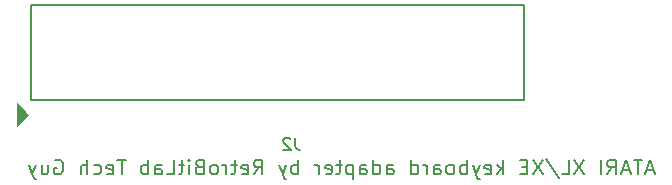
<source format=gbo>
G04 #@! TF.GenerationSoftware,KiCad,Pcbnew,5.1.9+dfsg1-1~bpo10+1*
G04 #@! TF.CreationDate,2021-02-07T01:31:47+01:00*
G04 #@! TF.ProjectId,KBD_ADAPTER_XE,4b42445f-4144-4415-9054-45525f58452e,1.0*
G04 #@! TF.SameCoordinates,Original*
G04 #@! TF.FileFunction,Legend,Bot*
G04 #@! TF.FilePolarity,Positive*
%FSLAX46Y46*%
G04 Gerber Fmt 4.6, Leading zero omitted, Abs format (unit mm)*
G04 Created by KiCad (PCBNEW 5.1.9+dfsg1-1~bpo10+1) date 2021-02-07 01:31:47*
%MOMM*%
%LPD*%
G01*
G04 APERTURE LIST*
%ADD10C,0.100000*%
%ADD11C,0.200000*%
%ADD12C,0.150000*%
G04 APERTURE END LIST*
D10*
G36*
X116000000Y-105000000D02*
G01*
X115000000Y-106000000D01*
X115000000Y-104000000D01*
X116000000Y-105000000D01*
G37*
X116000000Y-105000000D02*
X115000000Y-106000000D01*
X115000000Y-104000000D01*
X116000000Y-105000000D01*
D11*
X168898809Y-109708333D02*
X168303571Y-109708333D01*
X169017857Y-110065476D02*
X168601190Y-108815476D01*
X168184523Y-110065476D01*
X167946428Y-108815476D02*
X167232142Y-108815476D01*
X167589285Y-110065476D02*
X167589285Y-108815476D01*
X166875000Y-109708333D02*
X166279761Y-109708333D01*
X166994047Y-110065476D02*
X166577380Y-108815476D01*
X166160714Y-110065476D01*
X165029761Y-110065476D02*
X165446428Y-109470238D01*
X165744047Y-110065476D02*
X165744047Y-108815476D01*
X165267857Y-108815476D01*
X165148809Y-108875000D01*
X165089285Y-108934523D01*
X165029761Y-109053571D01*
X165029761Y-109232142D01*
X165089285Y-109351190D01*
X165148809Y-109410714D01*
X165267857Y-109470238D01*
X165744047Y-109470238D01*
X164494047Y-110065476D02*
X164494047Y-108815476D01*
X163065476Y-108815476D02*
X162232142Y-110065476D01*
X162232142Y-108815476D02*
X163065476Y-110065476D01*
X161160714Y-110065476D02*
X161755952Y-110065476D01*
X161755952Y-108815476D01*
X159851190Y-108755952D02*
X160922619Y-110363095D01*
X159553571Y-108815476D02*
X158720238Y-110065476D01*
X158720238Y-108815476D02*
X159553571Y-110065476D01*
X158244047Y-109410714D02*
X157827380Y-109410714D01*
X157648809Y-110065476D02*
X158244047Y-110065476D01*
X158244047Y-108815476D01*
X157648809Y-108815476D01*
X156160714Y-110065476D02*
X156160714Y-108815476D01*
X156041666Y-109589285D02*
X155684523Y-110065476D01*
X155684523Y-109232142D02*
X156160714Y-109708333D01*
X154672619Y-110005952D02*
X154791666Y-110065476D01*
X155029761Y-110065476D01*
X155148809Y-110005952D01*
X155208333Y-109886904D01*
X155208333Y-109410714D01*
X155148809Y-109291666D01*
X155029761Y-109232142D01*
X154791666Y-109232142D01*
X154672619Y-109291666D01*
X154613095Y-109410714D01*
X154613095Y-109529761D01*
X155208333Y-109648809D01*
X154196428Y-109232142D02*
X153898809Y-110065476D01*
X153601190Y-109232142D02*
X153898809Y-110065476D01*
X154017857Y-110363095D01*
X154077380Y-110422619D01*
X154196428Y-110482142D01*
X153124999Y-110065476D02*
X153124999Y-108815476D01*
X153124999Y-109291666D02*
X153005952Y-109232142D01*
X152767857Y-109232142D01*
X152648809Y-109291666D01*
X152589285Y-109351190D01*
X152529761Y-109470238D01*
X152529761Y-109827380D01*
X152589285Y-109946428D01*
X152648809Y-110005952D01*
X152767857Y-110065476D01*
X153005952Y-110065476D01*
X153124999Y-110005952D01*
X151815476Y-110065476D02*
X151934523Y-110005952D01*
X151994047Y-109946428D01*
X152053571Y-109827380D01*
X152053571Y-109470238D01*
X151994047Y-109351190D01*
X151934523Y-109291666D01*
X151815476Y-109232142D01*
X151636904Y-109232142D01*
X151517857Y-109291666D01*
X151458333Y-109351190D01*
X151398809Y-109470238D01*
X151398809Y-109827380D01*
X151458333Y-109946428D01*
X151517857Y-110005952D01*
X151636904Y-110065476D01*
X151815476Y-110065476D01*
X150327380Y-110065476D02*
X150327380Y-109410714D01*
X150386904Y-109291666D01*
X150505952Y-109232142D01*
X150744047Y-109232142D01*
X150863095Y-109291666D01*
X150327380Y-110005952D02*
X150446428Y-110065476D01*
X150744047Y-110065476D01*
X150863095Y-110005952D01*
X150922619Y-109886904D01*
X150922619Y-109767857D01*
X150863095Y-109648809D01*
X150744047Y-109589285D01*
X150446428Y-109589285D01*
X150327380Y-109529761D01*
X149732142Y-110065476D02*
X149732142Y-109232142D01*
X149732142Y-109470238D02*
X149672619Y-109351190D01*
X149613095Y-109291666D01*
X149494047Y-109232142D01*
X149374999Y-109232142D01*
X148422619Y-110065476D02*
X148422619Y-108815476D01*
X148422619Y-110005952D02*
X148541666Y-110065476D01*
X148779761Y-110065476D01*
X148898809Y-110005952D01*
X148958333Y-109946428D01*
X149017857Y-109827380D01*
X149017857Y-109470238D01*
X148958333Y-109351190D01*
X148898809Y-109291666D01*
X148779761Y-109232142D01*
X148541666Y-109232142D01*
X148422619Y-109291666D01*
X146339285Y-110065476D02*
X146339285Y-109410714D01*
X146398809Y-109291666D01*
X146517857Y-109232142D01*
X146755952Y-109232142D01*
X146874999Y-109291666D01*
X146339285Y-110005952D02*
X146458333Y-110065476D01*
X146755952Y-110065476D01*
X146874999Y-110005952D01*
X146934523Y-109886904D01*
X146934523Y-109767857D01*
X146874999Y-109648809D01*
X146755952Y-109589285D01*
X146458333Y-109589285D01*
X146339285Y-109529761D01*
X145208333Y-110065476D02*
X145208333Y-108815476D01*
X145208333Y-110005952D02*
X145327380Y-110065476D01*
X145565476Y-110065476D01*
X145684523Y-110005952D01*
X145744047Y-109946428D01*
X145803571Y-109827380D01*
X145803571Y-109470238D01*
X145744047Y-109351190D01*
X145684523Y-109291666D01*
X145565476Y-109232142D01*
X145327380Y-109232142D01*
X145208333Y-109291666D01*
X144077380Y-110065476D02*
X144077380Y-109410714D01*
X144136904Y-109291666D01*
X144255952Y-109232142D01*
X144494047Y-109232142D01*
X144613095Y-109291666D01*
X144077380Y-110005952D02*
X144196428Y-110065476D01*
X144494047Y-110065476D01*
X144613095Y-110005952D01*
X144672619Y-109886904D01*
X144672619Y-109767857D01*
X144613095Y-109648809D01*
X144494047Y-109589285D01*
X144196428Y-109589285D01*
X144077380Y-109529761D01*
X143482142Y-109232142D02*
X143482142Y-110482142D01*
X143482142Y-109291666D02*
X143363095Y-109232142D01*
X143124999Y-109232142D01*
X143005952Y-109291666D01*
X142946428Y-109351190D01*
X142886904Y-109470238D01*
X142886904Y-109827380D01*
X142946428Y-109946428D01*
X143005952Y-110005952D01*
X143124999Y-110065476D01*
X143363095Y-110065476D01*
X143482142Y-110005952D01*
X142529761Y-109232142D02*
X142053571Y-109232142D01*
X142351190Y-108815476D02*
X142351190Y-109886904D01*
X142291666Y-110005952D01*
X142172619Y-110065476D01*
X142053571Y-110065476D01*
X141160714Y-110005952D02*
X141279761Y-110065476D01*
X141517857Y-110065476D01*
X141636904Y-110005952D01*
X141696428Y-109886904D01*
X141696428Y-109410714D01*
X141636904Y-109291666D01*
X141517857Y-109232142D01*
X141279761Y-109232142D01*
X141160714Y-109291666D01*
X141101190Y-109410714D01*
X141101190Y-109529761D01*
X141696428Y-109648809D01*
X140565476Y-110065476D02*
X140565476Y-109232142D01*
X140565476Y-109470238D02*
X140505952Y-109351190D01*
X140446428Y-109291666D01*
X140327380Y-109232142D01*
X140208333Y-109232142D01*
X138839285Y-110065476D02*
X138839285Y-108815476D01*
X138839285Y-109291666D02*
X138720238Y-109232142D01*
X138482142Y-109232142D01*
X138363095Y-109291666D01*
X138303571Y-109351190D01*
X138244047Y-109470238D01*
X138244047Y-109827380D01*
X138303571Y-109946428D01*
X138363095Y-110005952D01*
X138482142Y-110065476D01*
X138720238Y-110065476D01*
X138839285Y-110005952D01*
X137827380Y-109232142D02*
X137529761Y-110065476D01*
X137232142Y-109232142D02*
X137529761Y-110065476D01*
X137648809Y-110363095D01*
X137708333Y-110422619D01*
X137827380Y-110482142D01*
X135089285Y-110065476D02*
X135505952Y-109470238D01*
X135803571Y-110065476D02*
X135803571Y-108815476D01*
X135327380Y-108815476D01*
X135208333Y-108875000D01*
X135148809Y-108934523D01*
X135089285Y-109053571D01*
X135089285Y-109232142D01*
X135148809Y-109351190D01*
X135208333Y-109410714D01*
X135327380Y-109470238D01*
X135803571Y-109470238D01*
X134077380Y-110005952D02*
X134196428Y-110065476D01*
X134434523Y-110065476D01*
X134553571Y-110005952D01*
X134613095Y-109886904D01*
X134613095Y-109410714D01*
X134553571Y-109291666D01*
X134434523Y-109232142D01*
X134196428Y-109232142D01*
X134077380Y-109291666D01*
X134017857Y-109410714D01*
X134017857Y-109529761D01*
X134613095Y-109648809D01*
X133660714Y-109232142D02*
X133184523Y-109232142D01*
X133482142Y-108815476D02*
X133482142Y-109886904D01*
X133422619Y-110005952D01*
X133303571Y-110065476D01*
X133184523Y-110065476D01*
X132767857Y-110065476D02*
X132767857Y-109232142D01*
X132767857Y-109470238D02*
X132708333Y-109351190D01*
X132648809Y-109291666D01*
X132529761Y-109232142D01*
X132410714Y-109232142D01*
X131815476Y-110065476D02*
X131934523Y-110005952D01*
X131994047Y-109946428D01*
X132053571Y-109827380D01*
X132053571Y-109470238D01*
X131994047Y-109351190D01*
X131934523Y-109291666D01*
X131815476Y-109232142D01*
X131636904Y-109232142D01*
X131517857Y-109291666D01*
X131458333Y-109351190D01*
X131398809Y-109470238D01*
X131398809Y-109827380D01*
X131458333Y-109946428D01*
X131517857Y-110005952D01*
X131636904Y-110065476D01*
X131815476Y-110065476D01*
X130446428Y-109410714D02*
X130267857Y-109470238D01*
X130208333Y-109529761D01*
X130148809Y-109648809D01*
X130148809Y-109827380D01*
X130208333Y-109946428D01*
X130267857Y-110005952D01*
X130386904Y-110065476D01*
X130863095Y-110065476D01*
X130863095Y-108815476D01*
X130446428Y-108815476D01*
X130327380Y-108875000D01*
X130267857Y-108934523D01*
X130208333Y-109053571D01*
X130208333Y-109172619D01*
X130267857Y-109291666D01*
X130327380Y-109351190D01*
X130446428Y-109410714D01*
X130863095Y-109410714D01*
X129613095Y-110065476D02*
X129613095Y-109232142D01*
X129613095Y-108815476D02*
X129672619Y-108875000D01*
X129613095Y-108934523D01*
X129553571Y-108875000D01*
X129613095Y-108815476D01*
X129613095Y-108934523D01*
X129196428Y-109232142D02*
X128720238Y-109232142D01*
X129017857Y-108815476D02*
X129017857Y-109886904D01*
X128958333Y-110005952D01*
X128839285Y-110065476D01*
X128720238Y-110065476D01*
X127708333Y-110065476D02*
X128303571Y-110065476D01*
X128303571Y-108815476D01*
X126755952Y-110065476D02*
X126755952Y-109410714D01*
X126815476Y-109291666D01*
X126934523Y-109232142D01*
X127172619Y-109232142D01*
X127291666Y-109291666D01*
X126755952Y-110005952D02*
X126874999Y-110065476D01*
X127172619Y-110065476D01*
X127291666Y-110005952D01*
X127351190Y-109886904D01*
X127351190Y-109767857D01*
X127291666Y-109648809D01*
X127172619Y-109589285D01*
X126874999Y-109589285D01*
X126755952Y-109529761D01*
X126160714Y-110065476D02*
X126160714Y-108815476D01*
X126160714Y-109291666D02*
X126041666Y-109232142D01*
X125803571Y-109232142D01*
X125684523Y-109291666D01*
X125624999Y-109351190D01*
X125565476Y-109470238D01*
X125565476Y-109827380D01*
X125624999Y-109946428D01*
X125684523Y-110005952D01*
X125803571Y-110065476D01*
X126041666Y-110065476D01*
X126160714Y-110005952D01*
X124255952Y-108815476D02*
X123541666Y-108815476D01*
X123898809Y-110065476D02*
X123898809Y-108815476D01*
X122648809Y-110005952D02*
X122767857Y-110065476D01*
X123005952Y-110065476D01*
X123124999Y-110005952D01*
X123184523Y-109886904D01*
X123184523Y-109410714D01*
X123124999Y-109291666D01*
X123005952Y-109232142D01*
X122767857Y-109232142D01*
X122648809Y-109291666D01*
X122589285Y-109410714D01*
X122589285Y-109529761D01*
X123184523Y-109648809D01*
X121517857Y-110005952D02*
X121636904Y-110065476D01*
X121874999Y-110065476D01*
X121994047Y-110005952D01*
X122053571Y-109946428D01*
X122113095Y-109827380D01*
X122113095Y-109470238D01*
X122053571Y-109351190D01*
X121994047Y-109291666D01*
X121874999Y-109232142D01*
X121636904Y-109232142D01*
X121517857Y-109291666D01*
X120982142Y-110065476D02*
X120982142Y-108815476D01*
X120446428Y-110065476D02*
X120446428Y-109410714D01*
X120505952Y-109291666D01*
X120624999Y-109232142D01*
X120803571Y-109232142D01*
X120922619Y-109291666D01*
X120982142Y-109351190D01*
X118244047Y-108875000D02*
X118363095Y-108815476D01*
X118541666Y-108815476D01*
X118720238Y-108875000D01*
X118839285Y-108994047D01*
X118898809Y-109113095D01*
X118958333Y-109351190D01*
X118958333Y-109529761D01*
X118898809Y-109767857D01*
X118839285Y-109886904D01*
X118720238Y-110005952D01*
X118541666Y-110065476D01*
X118422619Y-110065476D01*
X118244047Y-110005952D01*
X118184523Y-109946428D01*
X118184523Y-109529761D01*
X118422619Y-109529761D01*
X117113095Y-109232142D02*
X117113095Y-110065476D01*
X117648809Y-109232142D02*
X117648809Y-109886904D01*
X117589285Y-110005952D01*
X117470238Y-110065476D01*
X117291666Y-110065476D01*
X117172619Y-110005952D01*
X117113095Y-109946428D01*
X116636904Y-109232142D02*
X116339285Y-110065476D01*
X116041666Y-109232142D02*
X116339285Y-110065476D01*
X116458333Y-110363095D01*
X116517857Y-110422619D01*
X116636904Y-110482142D01*
D12*
X116250000Y-103750000D02*
X116250000Y-95750000D01*
X116250000Y-95750000D02*
X158000000Y-95750000D01*
X158000000Y-95750000D02*
X158000000Y-103750000D01*
X158000000Y-103750000D02*
X116250000Y-103750000D01*
X138583333Y-106952380D02*
X138583333Y-107666666D01*
X138630952Y-107809523D01*
X138726190Y-107904761D01*
X138869047Y-107952380D01*
X138964285Y-107952380D01*
X138154761Y-107047619D02*
X138107142Y-107000000D01*
X138011904Y-106952380D01*
X137773809Y-106952380D01*
X137678571Y-107000000D01*
X137630952Y-107047619D01*
X137583333Y-107142857D01*
X137583333Y-107238095D01*
X137630952Y-107380952D01*
X138202380Y-107952380D01*
X137583333Y-107952380D01*
M02*

</source>
